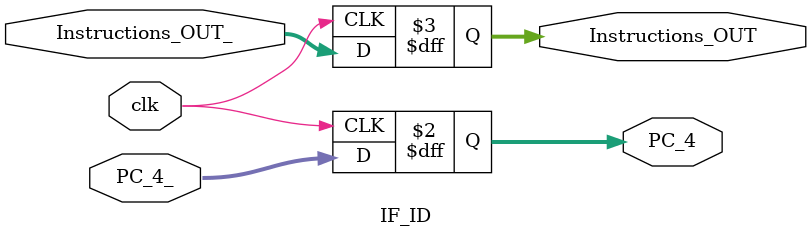
<source format=v>
module IF_ID(
    input clk,
    input [31:2] PC_4_,
    input [31:0] Instructions_OUT_,
    output [31:2] PC_4,
    output [31:0] Instructions_OUT
    );
    reg [31:2] PC_4;
    reg [31:0] Instructions_OUT;
    always @(posedge clk)
    begin
        PC_4 <= PC_4_;
        Instructions_OUT <= Instructions_OUT_;
    end
endmodule

</source>
